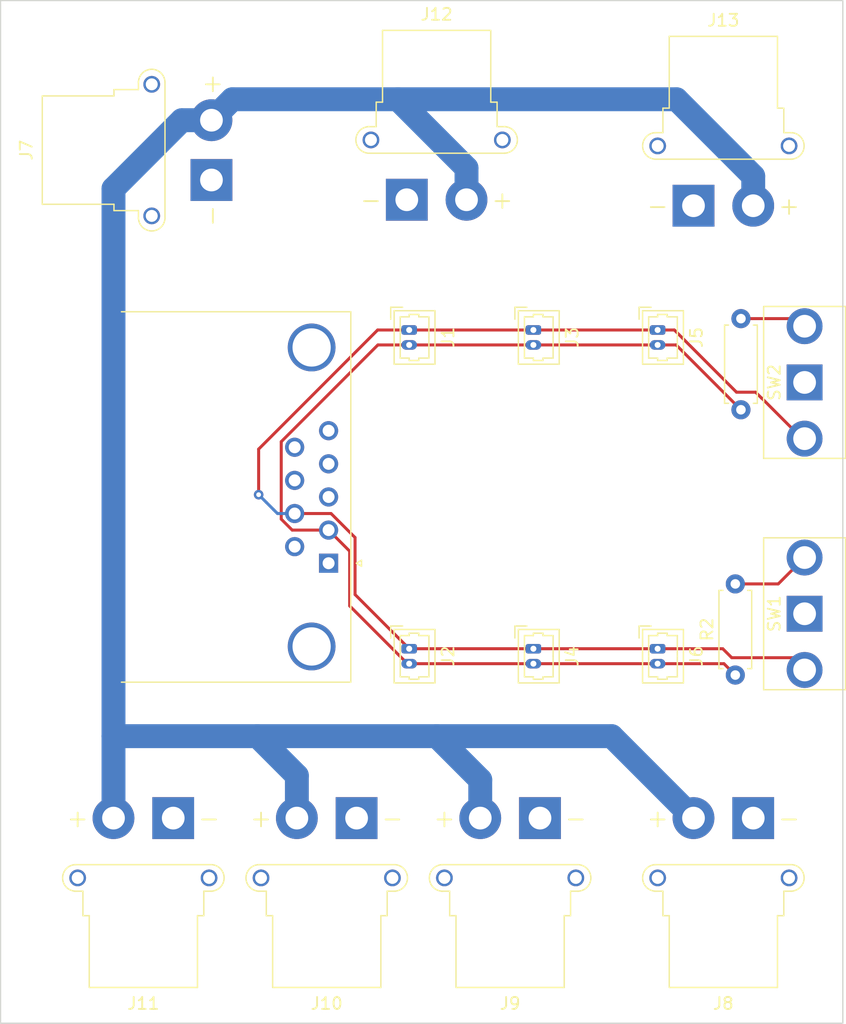
<source format=kicad_pcb>
(kicad_pcb (version 20240108) (generator "pcbnew") (generator_version "8.0")
  (layers (0 "F.Cu" signal) (31 "B.Cu" signal) (34 "B.Paste" user) (35 "F.Paste" user) (36 "B.SilkS" user "B.Silkscreen") (37 "F.SilkS" user "F.Silkscreen") (38 "B.Mask" user) (39 "F.Mask" user) (44 "Edge.Cuts" user))
  (net 0 "")
  (net 1 "CAN_L")
  (net 2 "CAN_H")
  (net 3 "Net-(SW2A-C)")
  (net 4 "Net-(SW1A-C)")
  (net 14 "GND")
  (net 15 "+24V")
  (footprint "Connector_AMASS:AMASS_XT30PW-F_1x02_P2.50mm_Horizontal" (layer "F.Cu") (at 143 94.35 180)
    (property "Reference" "J8" (at 2.5 -15.5 180) (layer "F.SilkS"))
    (property "Value" "XT30PW-M")
    (fp_line (start 7.56 -6.11) (end 8.26 -6.11) (stroke (width 0.12)) (layer "F.SilkS"))
    (fp_line (start 7.56 -8.16) (end 7.56 -6.11) (stroke (width 0.12)) (layer "F.SilkS"))
    (fp_line (start 7.03 -8.16) (end 7.56 -8.16) (stroke (width 0.12)) (layer "F.SilkS"))
    (fp_line (start 7.03 -14.16) (end 7.03 -8.16) (stroke (width 0.12)) (layer "F.SilkS"))
    (fp_line (start -2.03 -14.16) (end 7 -14.16) (stroke (width 0.12)) (layer "F.SilkS"))
    (fp_line (start -2.03 -14.16) (end -2.03 -8.16) (stroke (width 0.12)) (layer "F.SilkS"))
    (fp_line (start -2.56 -8.16) (end -2.03 -8.16) (stroke (width 0.12)) (layer "F.SilkS"))
    (fp_line (start -2.56 -8.16) (end -2.56 -6.11) (stroke (width 0.12)) (layer "F.SilkS"))
    (fp_line (start -3.26 -3.89) (end 8.26 -3.89) (stroke (width 0.12)) (layer "F.SilkS"))
    (fp_line (start -3.26 -6.11) (end -2.56 -6.11) (stroke (width 0.12)) (layer "F.SilkS"))
    (fp_arc (start 8.15 -6.11) (mid 9.26 -5) (end 8.15 -3.89) (stroke (width 0.12)) (layer "F.SilkS"))
    (fp_arc (start -3.321729 -3.903365) (mid -4.256653 -5.086124) (end -3.15 -6.11) (stroke (width 0.12)) (layer "F.SilkS"))
    (fp_text user "+" (at 8 0 180) (layer "F.SilkS") (effects (font (size 1.5 1.5))))
    (fp_text user "-" (at -3 0 180) (layer "F.SilkS") (effects (font (size 1.5 1.5))))
    (pad "" thru_hole circle (at -3 -5 270) (size 1.4 1.4) (drill 1) (layers "*.Cu" "*.Mask"))
    (pad "" thru_hole circle (at 8 -5 180) (size 1.4 1.4) (drill 1) (layers "*.Cu" "*.Mask"))
    (pad "1" thru_hole rect (at 0 0 180) (size 3.5 3.5) (drill 1.9) (layers "*.Cu" "*.Mask") (net 14 "GND"))
    (pad "2" thru_hole circle (at 5 0 180) (size 3.5 3.5) (drill 1.9) (layers "*.Cu" "*.Mask") (net 15 "+24V"))
  )
  (footprint "Connector_AMASS:AMASS_XT30PW-F_1x02_P2.50mm_Horizontal" (layer "F.Cu") (at 125.15 94.35 180)
    (property "Reference" "J9" (at 2.5 -15.5 180) (layer "F.SilkS"))
    (property "Value" "XT30PW-M")
    (fp_line (start 7.56 -6.11) (end 8.26 -6.11) (stroke (width 0.12)) (layer "F.SilkS"))
    (fp_line (start 7.56 -8.16) (end 7.56 -6.11) (stroke (width 0.12)) (layer "F.SilkS"))
    (fp_line (start 7.03 -8.16) (end 7.56 -8.16) (stroke (width 0.12)) (layer "F.SilkS"))
    (fp_line (start 7.03 -14.16) (end 7.03 -8.16) (stroke (width 0.12)) (layer "F.SilkS"))
    (fp_line (start -2.03 -14.16) (end 7 -14.16) (stroke (width 0.12)) (layer "F.SilkS"))
    (fp_line (start -2.03 -14.16) (end -2.03 -8.16) (stroke (width 0.12)) (layer "F.SilkS"))
    (fp_line (start -2.56 -8.16) (end -2.03 -8.16) (stroke (width 0.12)) (layer "F.SilkS"))
    (fp_line (start -2.56 -8.16) (end -2.56 -6.11) (stroke (width 0.12)) (layer "F.SilkS"))
    (fp_line (start -3.26 -3.89) (end 8.26 -3.89) (stroke (width 0.12)) (layer "F.SilkS"))
    (fp_line (start -3.26 -6.11) (end -2.56 -6.11) (stroke (width 0.12)) (layer "F.SilkS"))
    (fp_arc (start 8.15 -6.11) (mid 9.26 -5) (end 8.15 -3.89) (stroke (width 0.12)) (layer "F.SilkS"))
    (fp_arc (start -3.321729 -3.903365) (mid -4.256653 -5.086124) (end -3.15 -6.11) (stroke (width 0.12)) (layer "F.SilkS"))
    (fp_text user "-" (at -3 0 180) (layer "F.SilkS") (effects (font (size 1.5 1.5))))
    (fp_text user "+" (at 8 0 180) (layer "F.SilkS") (effects (font (size 1.5 1.5))))
    (pad "" thru_hole circle (at -3 -5 270) (size 1.4 1.4) (drill 1) (layers "*.Cu" "*.Mask"))
    (pad "" thru_hole circle (at 8 -5 180) (size 1.4 1.4) (drill 1) (layers "*.Cu" "*.Mask"))
    (pad "1" thru_hole rect (at 0 0 180) (size 3.5 3.5) (drill 1.9) (layers "*.Cu" "*.Mask") (net 14 "GND"))
    (pad "2" thru_hole circle (at 5 0 180) (size 3.5 3.5) (drill 1.9) (layers "*.Cu" "*.Mask") (net 15 "+24V"))
  )
  (footprint "Connector_AMASS:AMASS_XT30PW-F_1x02_P2.50mm_Horizontal" (layer "F.Cu") (at 97.65 41 90)
    (property "Reference" "J7" (at 2.5 -15.5 -90) (layer "F.SilkS"))
    (property "Value" "XT30PW-M")
    (fp_line (start 7.03 -14.16) (end 7.03 -8.16) (stroke (width 0.12)) (layer "F.SilkS"))
    (fp_line (start -2.03 -14.16) (end 7 -14.16) (stroke (width 0.12)) (layer "F.SilkS"))
    (fp_line (start -2.03 -14.16) (end -2.03 -8.16) (stroke (width 0.12)) (layer "F.SilkS"))
    (fp_line (start 7.56 -8.16) (end 7.56 -6.11) (stroke (width 0.12)) (layer "F.SilkS"))
    (fp_line (start 7.03 -8.16) (end 7.56 -8.16) (stroke (width 0.12)) (layer "F.SilkS"))
    (fp_line (start -2.56 -8.16) (end -2.03 -8.16) (stroke (width 0.12)) (layer "F.SilkS"))
    (fp_line (start -2.56 -8.16) (end -2.56 -6.11) (stroke (width 0.12)) (layer "F.SilkS"))
    (fp_line (start 7.56 -6.11) (end 8.26 -6.11) (stroke (width 0.12)) (layer "F.SilkS"))
    (fp_line (start -3.26 -6.11) (end -2.56 -6.11) (stroke (width 0.12)) (layer "F.SilkS"))
    (fp_line (start -3.26 -3.89) (end 8.26 -3.89) (stroke (width 0.12)) (layer "F.SilkS"))
    (fp_arc (start 8.15 -6.11) (mid 9.26 -5) (end 8.15 -3.89) (stroke (width 0.12)) (layer "F.SilkS"))
    (fp_arc (start -3.321729 -3.903365) (mid -4.256653 -5.086124) (end -3.15 -6.11) (stroke (width 0.12)) (layer "F.SilkS"))
    (fp_text user "-" (at -3 0 -90) (layer "F.SilkS") (effects (font (size 1.5 1.5))))
    (fp_text user "+" (at 8 0 -90) (layer "F.SilkS") (effects (font (size 1.5 1.5))))
    (pad "" thru_hole circle (at -3 -5 180) (size 1.4 1.4) (drill 1) (layers "*.Cu" "*.Mask"))
    (pad "" thru_hole circle (at 8 -5 90) (size 1.4 1.4) (drill 1) (layers "*.Cu" "*.Mask"))
    (pad "1" thru_hole rect (at 0 0 90) (size 3.5 3.5) (drill 1.9) (layers "*.Cu" "*.Mask") (net 14 "GND"))
    (pad "2" thru_hole circle (at 5 0 90) (size 3.5 3.5) (drill 1.9) (layers "*.Cu" "*.Mask") (net 15 "+24V"))
  )
  (footprint "Resistor_THT:R_Axial_DIN0207_L6.3mm_D2.5mm_P7.62mm_Horizontal" (layer "F.Cu") (at 141.9716 60.21 90)
    (property "Reference" "R1" (hide yes))
    (property "Value" "120")
    (fp_line (start 7.08 -1.37) (end 7.08 -1.04) (stroke (width 0.12)) (layer "F.SilkS"))
    (fp_line (start 0.54 -1.37) (end 7.08 -1.37) (stroke (width 0.12)) (layer "F.SilkS"))
    (fp_line (start 0.54 -1.04) (end 0.54 -1.37) (stroke (width 0.12)) (layer "F.SilkS"))
    (fp_line (start 0.54 1.04) (end 0.54 1.37) (stroke (width 0.12)) (layer "F.SilkS"))
    (fp_line (start 7.08 1.37) (end 7.08 1.04) (stroke (width 0.12)) (layer "F.SilkS"))
    (fp_line (start 0.54 1.37) (end 7.08 1.37) (stroke (width 0.12)) (layer "F.SilkS"))
    (pad "1" thru_hole circle (at 0 0 90) (size 1.6 1.6) (drill 0.8) (layers "*.Cu" "*.Mask") (net 1 "CAN_L"))
    (pad "2" thru_hole oval (at 7.62 0 90) (size 1.6 1.6) (drill 0.8) (layers "*.Cu" "*.Mask") (net 3 "Net-(SW2A-C)"))
  )
  (footprint "Resistor_THT:R_Axial_DIN0207_L6.3mm_D2.5mm_P7.62mm_Horizontal" (layer "F.Cu") (at 141.5 82.39 90)
    (property "Reference" "R2" (at 3.81 -2.37 -90) (layer "F.SilkS"))
    (property "Value" "120")
    (fp_line (start 7.08 -1.37) (end 7.08 -1.04) (stroke (width 0.12)) (layer "F.SilkS"))
    (fp_line (start 0.54 -1.37) (end 7.08 -1.37) (stroke (width 0.12)) (layer "F.SilkS"))
    (fp_line (start 0.54 -1.04) (end 0.54 -1.37) (stroke (width 0.12)) (layer "F.SilkS"))
    (fp_line (start 0.54 1.04) (end 0.54 1.37) (stroke (width 0.12)) (layer "F.SilkS"))
    (fp_line (start 7.08 1.37) (end 7.08 1.04) (stroke (width 0.12)) (layer "F.SilkS"))
    (fp_line (start 0.54 1.37) (end 7.08 1.37) (stroke (width 0.12)) (layer "F.SilkS"))
    (pad "1" thru_hole circle (at 0 0 90) (size 1.6 1.6) (drill 0.8) (layers "*.Cu" "*.Mask") (net 1 "CAN_L"))
    (pad "2" thru_hole oval (at 7.62 0 90) (size 1.6 1.6) (drill 0.8) (layers "*.Cu" "*.Mask") (net 4 "Net-(SW1A-C)"))
  )
  (footprint "Connector_AMASS:AMASS_XT30PW-F_1x02_P2.50mm_Horizontal" (layer "F.Cu") (at 114 42.65)
    (property "Reference" "J12" (at 2.5 -15.5 0) (layer "F.SilkS"))
    (property "Value" "XT30PW-M")
    (fp_line (start -3.26 -6.11) (end -2.56 -6.11) (stroke (width 0.12)) (layer "F.SilkS"))
    (fp_line (start -3.26 -3.89) (end 8.26 -3.89) (stroke (width 0.12)) (layer "F.SilkS"))
    (fp_line (start -2.56 -8.16) (end -2.56 -6.11) (stroke (width 0.12)) (layer "F.SilkS"))
    (fp_line (start -2.56 -8.16) (end -2.03 -8.16) (stroke (width 0.12)) (layer "F.SilkS"))
    (fp_line (start -2.03 -14.16) (end -2.03 -8.16) (stroke (width 0.12)) (layer "F.SilkS"))
    (fp_line (start -2.03 -14.16) (end 7 -14.16) (stroke (width 0.12)) (layer "F.SilkS"))
    (fp_line (start 7.03 -14.16) (end 7.03 -8.16) (stroke (width 0.12)) (layer "F.SilkS"))
    (fp_line (start 7.03 -8.16) (end 7.56 -8.16) (stroke (width 0.12)) (layer "F.SilkS"))
    (fp_line (start 7.56 -8.16) (end 7.56 -6.11) (stroke (width 0.12)) (layer "F.SilkS"))
    (fp_line (start 7.56 -6.11) (end 8.26 -6.11) (stroke (width 0.12)) (layer "F.SilkS"))
    (fp_arc (start -3.321729 -3.903365) (mid -4.256653 -5.086124) (end -3.15 -6.11) (stroke (width 0.12)) (layer "F.SilkS"))
    (fp_arc (start 8.15 -6.11) (mid 9.26 -5) (end 8.15 -3.89) (stroke (width 0.12)) (layer "F.SilkS"))
    (fp_text user "-" (at -3 0 0) (layer "F.SilkS") (effects (font (size 1.5 1.5))))
    (fp_text user "+" (at 8 0 0) (layer "F.SilkS") (effects (font (size 1.5 1.5))))
    (pad "" thru_hole circle (at -3 -5 90) (size 1.4 1.4) (drill 1) (layers "*.Cu" "*.Mask"))
    (pad "" thru_hole circle (at 8 -5) (size 1.4 1.4) (drill 1) (layers "*.Cu" "*.Mask"))
    (pad "1" thru_hole rect (at 0 0) (size 3.5 3.5) (drill 1.9) (layers "*.Cu" "*.Mask") (net 14 "GND"))
    (pad "2" thru_hole circle (at 5 0) (size 3.5 3.5) (drill 1.9) (layers "*.Cu" "*.Mask") (net 15 "+24V"))
  )
  (footprint "Connector_Molex:Molex_PicoBlade_53047-0210_1x02_P1.25mm_Vertical" (layer "F.Cu") (at 114.2016 53.54 -90)
    (property "Reference" "J1" (at 0.62 -3.25 90) (layer "F.SilkS"))
    (property "Value" "CAN_In_Mol_5264_01X02" (hide yes))
    (fp_line (start -1.9 1.55) (end -0.9 1.55) (stroke (width 0.12)) (layer "F.SilkS"))
    (fp_line (start -1.9 1.55) (end -1.9 0.55) (stroke (width 0.12)) (layer "F.SilkS"))
    (fp_line (start -1.61 1.26) (end 2.86 1.26) (stroke (width 0.12)) (layer "F.SilkS"))
    (fp_line (start 2.86 1.26) (end 2.86 -2.16) (stroke (width 0.12)) (layer "F.SilkS"))
    (fp_line (start -1.1 0.75) (end -1.1 0) (stroke (width 0.12)) (layer "F.SilkS"))
    (fp_line (start 0.625 0.75) (end -1.1 0.75) (stroke (width 0.12)) (layer "F.SilkS"))
    (fp_line (start 0.625 0.75) (end 2.35 0.75) (stroke (width 0.12)) (layer "F.SilkS"))
    (fp_line (start 2.35 0.75) (end 2.35 0) (stroke (width 0.12)) (layer "F.SilkS"))
    (fp_line (start -1.3 0) (end -1.3 -0.8) (stroke (width 0.12)) (layer "F.SilkS"))
    (fp_line (start -1.1 0) (end -1.3 0) (stroke (width 0.12)) (layer "F.SilkS"))
    (fp_line (start 2.35 0) (end 2.55 0) (stroke (width 0.12)) (layer "F.SilkS"))
    (fp_line (start 2.55 0) (end 2.55 -0.8) (stroke (width 0.12)) (layer "F.SilkS"))
    (fp_line (start -1.3 -0.8) (end -1.1 -0.8) (stroke (width 0.12)) (layer "F.SilkS"))
    (fp_line (start -1.1 -0.8) (end -1.1 -1.65) (stroke (width 0.12)) (layer "F.SilkS"))
    (fp_line (start 2.35 -0.8) (end 2.35 -1.65) (stroke (width 0.12)) (layer "F.SilkS"))
    (fp_line (start 2.55 -0.8) (end 2.35 -0.8) (stroke (width 0.12)) (layer "F.SilkS"))
    (fp_line (start -1.1 -1.65) (end 0.625 -1.65) (stroke (width 0.12)) (layer "F.SilkS"))
    (fp_line (start 2.35 -1.65) (end 0.625 -1.65) (stroke (width 0.12)) (layer "F.SilkS"))
    (fp_line (start -1.61 -2.16) (end -1.61 1.26) (stroke (width 0.12)) (layer "F.SilkS"))
    (fp_line (start 2.86 -2.16) (end -1.61 -2.16) (stroke (width 0.12)) (layer "F.SilkS"))
    (pad "1" thru_hole roundrect (at 0 0 270) (size 0.8 1.3) (drill 0.5) (layers "*.Cu" "*.Mask") (net 2 "CAN_H"))
    (pad "2" thru_hole oval (at 1.25 0 270) (size 0.8 1.3) (drill 0.5) (layers "*.Cu" "*.Mask") (net 1 "CAN_L"))
  )
  (footprint "Connector_Molex:Molex_PicoBlade_53047-0210_1x02_P1.25mm_Vertical" (layer "F.Cu") (at 134.9966 53.54 -90)
    (property "Reference" "J5" (at 0.62 -3.25 90) (layer "F.SilkS"))
    (property "Value" "CAN_Out_Mol_5264_01X02" (hide yes))
    (fp_line (start -1.9 1.55) (end -0.9 1.55) (stroke (width 0.12)) (layer "F.SilkS"))
    (fp_line (start -1.9 1.55) (end -1.9 0.55) (stroke (width 0.12)) (layer "F.SilkS"))
    (fp_line (start -1.61 1.26) (end 2.86 1.26) (stroke (width 0.12)) (layer "F.SilkS"))
    (fp_line (start 2.86 1.26) (end 2.86 -2.16) (stroke (width 0.12)) (layer "F.SilkS"))
    (fp_line (start -1.1 0.75) (end -1.1 0) (stroke (width 0.12)) (layer "F.SilkS"))
    (fp_line (start 0.625 0.75) (end -1.1 0.75) (stroke (width 0.12)) (layer "F.SilkS"))
    (fp_line (start 0.625 0.75) (end 2.35 0.75) (stroke (width 0.12)) (layer "F.SilkS"))
    (fp_line (start 2.35 0.75) (end 2.35 0) (stroke (width 0.12)) (layer "F.SilkS"))
    (fp_line (start -1.3 0) (end -1.3 -0.8) (stroke (width 0.12)) (layer "F.SilkS"))
    (fp_line (start -1.1 0) (end -1.3 0) (stroke (width 0.12)) (layer "F.SilkS"))
    (fp_line (start 2.35 0) (end 2.55 0) (stroke (width 0.12)) (layer "F.SilkS"))
    (fp_line (start 2.55 0) (end 2.55 -0.8) (stroke (width 0.12)) (layer "F.SilkS"))
    (fp_line (start -1.3 -0.8) (end -1.1 -0.8) (stroke (width 0.12)) (layer "F.SilkS"))
    (fp_line (start -1.1 -0.8) (end -1.1 -1.65) (stroke (width 0.12)) (layer "F.SilkS"))
    (fp_line (start 2.35 -0.8) (end 2.35 -1.65) (stroke (width 0.12)) (layer "F.SilkS"))
    (fp_line (start 2.55 -0.8) (end 2.35 -0.8) (stroke (width 0.12)) (layer "F.SilkS"))
    (fp_line (start -1.1 -1.65) (end 0.625 -1.65) (stroke (width 0.12)) (layer "F.SilkS"))
    (fp_line (start 2.35 -1.65) (end 0.625 -1.65) (stroke (width 0.12)) (layer "F.SilkS"))
    (fp_line (start -1.61 -2.16) (end -1.61 1.26) (stroke (width 0.12)) (layer "F.SilkS"))
    (fp_line (start 2.86 -2.16) (end -1.61 -2.16) (stroke (width 0.12)) (layer "F.SilkS"))
    (pad "1" thru_hole roundrect (at 0 0 270) (size 0.8 1.3) (drill 0.5) (layers "*.Cu" "*.Mask") (net 2 "CAN_H"))
    (pad "2" thru_hole oval (at 1.25 0 270) (size 0.8 1.3) (drill 0.5) (layers "*.Cu" "*.Mask") (net 1 "CAN_L"))
  )
  (footprint "Connector_Dsub:DSUB-9_Female_Horizontal_P2.77x2.84mm_EdgePinOffset14.56mm_Housed_MountingHolesOffset15.98mm" (layer "F.Cu") (at 107.455331 73.04 -90)
    (property "Reference" "X2" (hide yes))
    (property "Value" "DSUB9")
    (fp_line (start -21.025 17.34) (end -21.025 -1.86) (stroke (width 0.12)) (layer "F.SilkS"))
    (fp_line (start -21.025 -1.86) (end 9.945 -1.86) (stroke (width 0.12)) (layer "F.SilkS"))
    (fp_line (start 9.945 -1.86) (end 9.945 17.34) (stroke (width 0.12)) (layer "F.SilkS"))
    (fp_line (start 0 -2.321325) (end -0.25 -2.754338) (stroke (width 0.12)) (layer "F.SilkS"))
    (fp_line (start -0.25 -2.754338) (end 0.25 -2.754338) (stroke (width 0.12)) (layer "F.SilkS"))
    (fp_line (start 0.25 -2.754338) (end 0 -2.321325) (stroke (width 0.12)) (layer "F.SilkS"))
    (pad "0" thru_hole circle (at -18.04 1.42 270) (size 4 4) (drill 3.2) (layers "*.Cu" "*.Mask"))
    (pad "0" thru_hole circle (at 6.96 1.42 270) (size 4 4) (drill 3.2) (layers "*.Cu" "*.Mask"))
    (pad "1" thru_hole rect (at 0 0 270) (size 1.6 1.6) (drill 1) (layers "*.Cu" "*.Mask"))
    (pad "2" thru_hole circle (at -2.77 0 270) (size 1.6 1.6) (drill 1) (layers "*.Cu" "*.Mask") (net 1 "CAN_L"))
    (pad "3" thru_hole circle (at -5.54 0 270) (size 1.6 1.6) (drill 1) (layers "*.Cu" "*.Mask"))
    (pad "4" thru_hole circle (at -8.31 0 270) (size 1.6 1.6) (drill 1) (layers "*.Cu" "*.Mask"))
    (pad "5" thru_hole circle (at -11.08 0 270) (size 1.6 1.6) (drill 1) (layers "*.Cu" "*.Mask"))
    (pad "6" thru_hole circle (at -1.385 2.84 270) (size 1.6 1.6) (drill 1) (layers "*.Cu" "*.Mask"))
    (pad "7" thru_hole circle (at -4.155 2.84 270) (size 1.6 1.6) (drill 1) (layers "*.Cu" "*.Mask") (net 2 "CAN_H"))
    (pad "8" thru_hole circle (at -6.925 2.84 270) (size 1.6 1.6) (drill 1) (layers "*.Cu" "*.Mask"))
    (pad "9" thru_hole circle (at -9.695 2.84 270) (size 1.6 1.6) (drill 1) (layers "*.Cu" "*.Mask"))
  )
  (footprint "Connector_Molex:Molex_PicoBlade_53047-0210_1x02_P1.25mm_Vertical" (layer "F.Cu") (at 114.2016 80.19 -90)
    (property "Reference" "J2" (at 0.62 -3.25 90) (layer "F.SilkS"))
    (property "Value" "CAN_Out_Mol_5264_01X02" (hide yes))
    (fp_line (start -1.9 1.55) (end -0.9 1.55) (stroke (width 0.12)) (layer "F.SilkS"))
    (fp_line (start -1.9 1.55) (end -1.9 0.55) (stroke (width 0.12)) (layer "F.SilkS"))
    (fp_line (start -1.61 1.26) (end 2.86 1.26) (stroke (width 0.12)) (layer "F.SilkS"))
    (fp_line (start 2.86 1.26) (end 2.86 -2.16) (stroke (width 0.12)) (layer "F.SilkS"))
    (fp_line (start -1.1 0.75) (end -1.1 0) (stroke (width 0.12)) (layer "F.SilkS"))
    (fp_line (start 0.625 0.75) (end -1.1 0.75) (stroke (width 0.12)) (layer "F.SilkS"))
    (fp_line (start 0.625 0.75) (end 2.35 0.75) (stroke (width 0.12)) (layer "F.SilkS"))
    (fp_line (start 2.35 0.75) (end 2.35 0) (stroke (width 0.12)) (layer "F.SilkS"))
    (fp_line (start -1.3 0) (end -1.3 -0.8) (stroke (width 0.12)) (layer "F.SilkS"))
    (fp_line (start -1.1 0) (end -1.3 0) (stroke (width 0.12)) (layer "F.SilkS"))
    (fp_line (start 2.35 0) (end 2.55 0) (stroke (width 0.12)) (layer "F.SilkS"))
    (fp_line (start 2.55 0) (end 2.55 -0.8) (stroke (width 0.12)) (layer "F.SilkS"))
    (fp_line (start -1.3 -0.8) (end -1.1 -0.8) (stroke (width 0.12)) (layer "F.SilkS"))
    (fp_line (start -1.1 -0.8) (end -1.1 -1.65) (stroke (width 0.12)) (layer "F.SilkS"))
    (fp_line (start 2.35 -0.8) (end 2.35 -1.65) (stroke (width 0.12)) (layer "F.SilkS"))
    (fp_line (start 2.55 -0.8) (end 2.35 -0.8) (stroke (width 0.12)) (layer "F.SilkS"))
    (fp_line (start -1.1 -1.65) (end 0.625 -1.65) (stroke (width 0.12)) (layer "F.SilkS"))
    (fp_line (start 2.35 -1.65) (end 0.625 -1.65) (stroke (width 0.12)) (layer "F.SilkS"))
    (fp_line (start -1.61 -2.16) (end -1.61 1.26) (stroke (width 0.12)) (layer "F.SilkS"))
    (fp_line (start 2.86 -2.16) (end -1.61 -2.16) (stroke (width 0.12)) (layer "F.SilkS"))
    (pad "1" thru_hole roundrect (at 0 0 270) (size 0.8 1.3) (drill 0.5) (layers "*.Cu" "*.Mask") (net 2 "CAN_H"))
    (pad "2" thru_hole oval (at 1.25 0 270) (size 0.8 1.3) (drill 0.5) (layers "*.Cu" "*.Mask") (net 1 "CAN_L"))
  )
  (footprint "Connector_Molex:Molex_PicoBlade_53047-0210_1x02_P1.25mm_Vertical" (layer "F.Cu") (at 134.9966 80.19 -90)
    (property "Reference" "J6" (at 0.62 -3.25 90) (layer "F.SilkS"))
    (property "Value" "CAN_Out_Mol_5264_01X02" (hide yes))
    (fp_line (start -1.9 1.55) (end -0.9 1.55) (stroke (width 0.12)) (layer "F.SilkS"))
    (fp_line (start -1.9 1.55) (end -1.9 0.55) (stroke (width 0.12)) (layer "F.SilkS"))
    (fp_line (start -1.61 1.26) (end 2.86 1.26) (stroke (width 0.12)) (layer "F.SilkS"))
    (fp_line (start 2.86 1.26) (end 2.86 -2.16) (stroke (width 0.12)) (layer "F.SilkS"))
    (fp_line (start -1.1 0.75) (end -1.1 0) (stroke (width 0.12)) (layer "F.SilkS"))
    (fp_line (start 0.625 0.75) (end -1.1 0.75) (stroke (width 0.12)) (layer "F.SilkS"))
    (fp_line (start 0.625 0.75) (end 2.35 0.75) (stroke (width 0.12)) (layer "F.SilkS"))
    (fp_line (start 2.35 0.75) (end 2.35 0) (stroke (width 0.12)) (layer "F.SilkS"))
    (fp_line (start -1.3 0) (end -1.3 -0.8) (stroke (width 0.12)) (layer "F.SilkS"))
    (fp_line (start -1.1 0) (end -1.3 0) (stroke (width 0.12)) (layer "F.SilkS"))
    (fp_line (start 2.35 0) (end 2.55 0) (stroke (width 0.12)) (layer "F.SilkS"))
    (fp_line (start 2.55 0) (end 2.55 -0.8) (stroke (width 0.12)) (layer "F.SilkS"))
    (fp_line (start -1.3 -0.8) (end -1.1 -0.8) (stroke (width 0.12)) (layer "F.SilkS"))
    (fp_line (start -1.1 -0.8) (end -1.1 -1.65) (stroke (width 0.12)) (layer "F.SilkS"))
    (fp_line (start 2.35 -0.8) (end 2.35 -1.65) (stroke (width 0.12)) (layer "F.SilkS"))
    (fp_line (start 2.55 -0.8) (end 2.35 -0.8) (stroke (width 0.12)) (layer "F.SilkS"))
    (fp_line (start -1.1 -1.65) (end 0.625 -1.65) (stroke (width 0.12)) (layer "F.SilkS"))
    (fp_line (start 2.35 -1.65) (end 0.625 -1.65) (stroke (width 0.12)) (layer "F.SilkS"))
    (fp_line (start -1.61 -2.16) (end -1.61 1.26) (stroke (width 0.12)) (layer "F.SilkS"))
    (fp_line (start 2.86 -2.16) (end -1.61 -2.16) (stroke (width 0.12)) (layer "F.SilkS"))
    (pad "1" thru_hole roundrect (at 0 0 270) (size 0.8 1.3) (drill 0.5) (layers "*.Cu" "*.Mask") (net 2 "CAN_H"))
    (pad "2" thru_hole oval (at 1.25 0 270) (size 0.8 1.3) (drill 0.5) (layers "*.Cu" "*.Mask") (net 1 "CAN_L"))
  )
  (footprint "BC_IC_components:SW_slide-03" (layer "F.Cu") (at 147.3 77.265 90)
    (property "Reference" "SW1" (at 0 -2.54 -90) (layer "F.SilkS"))
    (property "Value" "SW_DPDT_x2" (hide yes))
    (fp_rect (start -6.35 -3.43) (end 6.35 3.43) (stroke (width 0.12)) (fill none) (layer "F.SilkS"))
    (pad "1" thru_hole rect (at 0 0 90) (size 3 3) (drill 1.9) (layers "*.Cu" "*.Mask"))
    (pad "2" thru_hole circle (at -4.7 0 90) (size 3 3) (drill 1.9) (layers "*.Cu" "*.Mask") (net 2 "CAN_H"))
    (pad "3" thru_hole circle (at 4.7 0 90) (size 3 3) (drill 1.9) (layers "*.Cu" "*.Mask") (net 4 "Net-(SW1A-C)"))
  )
  (footprint "Connector_AMASS:AMASS_XT30PW-F_1x02_P2.50mm_Horizontal" (layer "F.Cu") (at 138 43.15)
    (property "Reference" "J13" (at 2.5 -15.5 0) (layer "F.SilkS"))
    (property "Value" "XT30PW-M")
    (fp_line (start -3.26 -6.11) (end -2.56 -6.11) (stroke (width 0.12)) (layer "F.SilkS"))
    (fp_line (start -3.26 -3.89) (end 8.26 -3.89) (stroke (width 0.12)) (layer "F.SilkS"))
    (fp_line (start -2.56 -8.16) (end -2.56 -6.11) (stroke (width 0.12)) (layer "F.SilkS"))
    (fp_line (start -2.56 -8.16) (end -2.03 -8.16) (stroke (width 0.12)) (layer "F.SilkS"))
    (fp_line (start -2.03 -14.16) (end -2.03 -8.16) (stroke (width 0.12)) (layer "F.SilkS"))
    (fp_line (start -2.03 -14.16) (end 7 -14.16) (stroke (width 0.12)) (layer "F.SilkS"))
    (fp_line (start 7.03 -14.16) (end 7.03 -8.16) (stroke (width 0.12)) (layer "F.SilkS"))
    (fp_line (start 7.03 -8.16) (end 7.56 -8.16) (stroke (width 0.12)) (layer "F.SilkS"))
    (fp_line (start 7.56 -8.16) (end 7.56 -6.11) (stroke (width 0.12)) (layer "F.SilkS"))
    (fp_line (start 7.56 -6.11) (end 8.26 -6.11) (stroke (width 0.12)) (layer "F.SilkS"))
    (fp_arc (start -3.321729 -3.903365) (mid -4.256653 -5.086124) (end -3.15 -6.11) (stroke (width 0.12)) (layer "F.SilkS"))
    (fp_arc (start 8.15 -6.11) (mid 9.26 -5) (end 8.15 -3.89) (stroke (width 0.12)) (layer "F.SilkS"))
    (fp_text user "-" (at -3 0 0) (layer "F.SilkS") (effects (font (size 1.5 1.5))))
    (fp_text user "+" (at 8 0 0) (layer "F.SilkS") (effects (font (size 1.5 1.5))))
    (pad "" thru_hole circle (at -3 -5 90) (size 1.4 1.4) (drill 1) (layers "*.Cu" "*.Mask"))
    (pad "" thru_hole circle (at 8 -5) (size 1.4 1.4) (drill 1) (layers "*.Cu" "*.Mask"))
    (pad "1" thru_hole rect (at 0 0) (size 3.5 3.5) (drill 1.9) (layers "*.Cu" "*.Mask") (net 14 "GND"))
    (pad "2" thru_hole circle (at 5 0) (size 3.5 3.5) (drill 1.9) (layers "*.Cu" "*.Mask") (net 15 "+24V"))
  )
  (footprint "Connector_AMASS:AMASS_XT30PW-F_1x02_P2.50mm_Horizontal" (layer "F.Cu") (at 94.45 94.35 180)
    (property "Reference" "J11" (at 2.5 -15.5 180) (layer "F.SilkS"))
    (property "Value" "XT30PW-M")
    (fp_line (start 7.56 -6.11) (end 8.26 -6.11) (stroke (width 0.12)) (layer "F.SilkS"))
    (fp_line (start 7.56 -8.16) (end 7.56 -6.11) (stroke (width 0.12)) (layer "F.SilkS"))
    (fp_line (start 7.03 -8.16) (end 7.56 -8.16) (stroke (width 0.12)) (layer "F.SilkS"))
    (fp_line (start 7.03 -14.16) (end 7.03 -8.16) (stroke (width 0.12)) (layer "F.SilkS"))
    (fp_line (start -2.03 -14.16) (end 7 -14.16) (stroke (width 0.12)) (layer "F.SilkS"))
    (fp_line (start -2.03 -14.16) (end -2.03 -8.16) (stroke (width 0.12)) (layer "F.SilkS"))
    (fp_line (start -2.56 -8.16) (end -2.03 -8.16) (stroke (width 0.12)) (layer "F.SilkS"))
    (fp_line (start -2.56 -8.16) (end -2.56 -6.11) (stroke (width 0.12)) (layer "F.SilkS"))
    (fp_line (start -3.26 -3.89) (end 8.26 -3.89) (stroke (width 0.12)) (layer "F.SilkS"))
    (fp_line (start -3.26 -6.11) (end -2.56 -6.11) (stroke (width 0.12)) (layer "F.SilkS"))
    (fp_arc (start 8.15 -6.11) (mid 9.26 -5) (end 8.15 -3.89) (stroke (width 0.12)) (layer "F.SilkS"))
    (fp_arc (start -3.321729 -3.903365) (mid -4.256653 -5.086124) (end -3.15 -6.11) (stroke (width 0.12)) (layer "F.SilkS"))
    (fp_text user "+" (at 8 0 180) (layer "F.SilkS") (effects (font (size 1.5 1.5))))
    (fp_text user "-" (at -3 0 180) (layer "F.SilkS") (effects (font (size 1.5 1.5))))
    (pad "" thru_hole circle (at -3 -5 270) (size 1.4 1.4) (drill 1) (layers "*.Cu" "*.Mask"))
    (pad "" thru_hole circle (at 8 -5 180) (size 1.4 1.4) (drill 1) (layers "*.Cu" "*.Mask"))
    (pad "1" thru_hole rect (at 0 0 180) (size 3.5 3.5) (drill 1.9) (layers "*.Cu" "*.Mask") (net 14 "GND"))
    (pad "2" thru_hole circle (at 5 0 180) (size 3.5 3.5) (drill 1.9) (layers "*.Cu" "*.Mask") (net 15 "+24V"))
  )
  (footprint "Connector_AMASS:AMASS_XT30PW-F_1x02_P2.50mm_Horizontal" (layer "F.Cu") (at 109.8 94.35 180)
    (property "Reference" "J10" (at 2.5 -15.5 180) (layer "F.SilkS"))
    (property "Value" "XT30PW-M")
    (fp_line (start 7.56 -6.11) (end 8.26 -6.11) (stroke (width 0.12)) (layer "F.SilkS"))
    (fp_line (start 7.56 -8.16) (end 7.56 -6.11) (stroke (width 0.12)) (layer "F.SilkS"))
    (fp_line (start 7.03 -8.16) (end 7.56 -8.16) (stroke (width 0.12)) (layer "F.SilkS"))
    (fp_line (start 7.03 -14.16) (end 7.03 -8.16) (stroke (width 0.12)) (layer "F.SilkS"))
    (fp_line (start -2.03 -14.16) (end 7 -14.16) (stroke (width 0.12)) (layer "F.SilkS"))
    (fp_line (start -2.03 -14.16) (end -2.03 -8.16) (stroke (width 0.12)) (layer "F.SilkS"))
    (fp_line (start -2.56 -8.16) (end -2.03 -8.16) (stroke (width 0.12)) (layer "F.SilkS"))
    (fp_line (start -2.56 -8.16) (end -2.56 -6.11) (stroke (width 0.12)) (layer "F.SilkS"))
    (fp_line (start -3.26 -3.89) (end 8.26 -3.89) (stroke (width 0.12)) (layer "F.SilkS"))
    (fp_line (start -3.26 -6.11) (end -2.56 -6.11) (stroke (width 0.12)) (layer "F.SilkS"))
    (fp_arc (start 8.15 -6.11) (mid 9.26 -5) (end 8.15 -3.89) (stroke (width 0.12)) (layer "F.SilkS"))
    (fp_arc (start -3.321729 -3.903365) (mid -4.256653 -5.086124) (end -3.15 -6.11) (stroke (width 0.12)) (layer "F.SilkS"))
    (fp_text user "-" (at -3 0 180) (layer "F.SilkS") (effects (font (size 1.5 1.5))))
    (fp_text user "+" (at 8 0 180) (layer "F.SilkS") (effects (font (size 1.5 1.5))))
    (pad "" thru_hole circle (at -3 -5 270) (size 1.4 1.4) (drill 1) (layers "*.Cu" "*.Mask"))
    (pad "" thru_hole circle (at 8 -5 180) (size 1.4 1.4) (drill 1) (layers "*.Cu" "*.Mask"))
    (pad "1" thru_hole rect (at 0 0 180) (size 3.5 3.5) (drill 1.9) (layers "*.Cu" "*.Mask") (net 14 "GND"))
    (pad "2" thru_hole circle (at 5 0 180) (size 3.5 3.5) (drill 1.9) (layers "*.Cu" "*.Mask") (net 15 "+24V"))
  )
  (footprint "Connector_Molex:Molex_PicoBlade_53047-0210_1x02_P1.25mm_Vertical" (layer "F.Cu") (at 124.5991 53.54 -90)
    (property "Reference" "J3" (at 0.62 -3.25 90) (layer "F.SilkS"))
    (property "Value" "CAN_Out_Mol_5264_01X02" (hide yes))
    (fp_line (start -1.9 1.55) (end -0.9 1.55) (stroke (width 0.12)) (layer "F.SilkS"))
    (fp_line (start -1.9 1.55) (end -1.9 0.55) (stroke (width 0.12)) (layer "F.SilkS"))
    (fp_line (start -1.61 1.26) (end 2.86 1.26) (stroke (width 0.12)) (layer "F.SilkS"))
    (fp_line (start 2.86 1.26) (end 2.86 -2.16) (stroke (width 0.12)) (layer "F.SilkS"))
    (fp_line (start -1.1 0.75) (end -1.1 0) (stroke (width 0.12)) (layer "F.SilkS"))
    (fp_line (start 0.625 0.75) (end -1.1 0.75) (stroke (width 0.12)) (layer "F.SilkS"))
    (fp_line (start 0.625 0.75) (end 2.35 0.75) (stroke (width 0.12)) (layer "F.SilkS"))
    (fp_line (start 2.35 0.75) (end 2.35 0) (stroke (width 0.12)) (layer "F.SilkS"))
    (fp_line (start -1.3 0) (end -1.3 -0.8) (stroke (width 0.12)) (layer "F.SilkS"))
    (fp_line (start -1.1 0) (end -1.3 0) (stroke (width 0.12)) (layer "F.SilkS"))
    (fp_line (start 2.35 0) (end 2.55 0) (stroke (width 0.12)) (layer "F.SilkS"))
    (fp_line (start 2.55 0) (end 2.55 -0.8) (stroke (width 0.12)) (layer "F.SilkS"))
    (fp_line (start -1.3 -0.8) (end -1.1 -0.8) (stroke (width 0.12)) (layer "F.SilkS"))
    (fp_line (start -1.1 -0.8) (end -1.1 -1.65) (stroke (width 0.12)) (layer "F.SilkS"))
    (fp_line (start 2.35 -0.8) (end 2.35 -1.65) (stroke (width 0.12)) (layer "F.SilkS"))
    (fp_line (start 2.55 -0.8) (end 2.35 -0.8) (stroke (width 0.12)) (layer "F.SilkS"))
    (fp_line (start -1.1 -1.65) (end 0.625 -1.65) (stroke (width 0.12)) (layer "F.SilkS"))
    (fp_line (start 2.35 -1.65) (end 0.625 -1.65) (stroke (width 0.12)) (layer "F.SilkS"))
    (fp_line (start -1.61 -2.16) (end -1.61 1.26) (stroke (width 0.12)) (layer "F.SilkS"))
    (fp_line (start 2.86 -2.16) (end -1.61 -2.16) (stroke (width 0.12)) (layer "F.SilkS"))
    (pad "1" thru_hole roundrect (at 0 0 270) (size 0.8 1.3) (drill 0.5) (layers "*.Cu" "*.Mask") (net 2 "CAN_H"))
    (pad "2" thru_hole oval (at 1.25 0 270) (size 0.8 1.3) (drill 0.5) (layers "*.Cu" "*.Mask") (net 1 "CAN_L"))
  )
  (footprint "BC_IC_components:SW_slide-03" (layer "F.Cu") (at 147.3 57.925 90)
    (property "Reference" "SW2" (at 0 -2.54 -90) (layer "F.SilkS"))
    (property "Value" "SW_DPDT_x2" (hide yes))
    (fp_rect (start -6.35 -3.43) (end 6.35 3.43) (stroke (width 0.12)) (fill none) (layer "F.SilkS"))
    (pad "1" thru_hole rect (at 0 0 90) (size 3 3) (drill 1.9) (layers "*.Cu" "*.Mask"))
    (pad "2" thru_hole circle (at -4.7 0 90) (size 3 3) (drill 1.9) (layers "*.Cu" "*.Mask") (net 2 "CAN_H"))
    (pad "3" thru_hole circle (at 4.7 0 90) (size 3 3) (drill 1.9) (layers "*.Cu" "*.Mask") (net 3 "Net-(SW2A-C)"))
  )
  (footprint "Connector_Molex:Molex_PicoBlade_53047-0210_1x02_P1.25mm_Vertical" (layer "F.Cu") (at 124.5991 80.19 -90)
    (property "Reference" "J4" (at 0.62 -3.25 90) (layer "F.SilkS"))
    (property "Value" "CAN_Out_Mol_5264_01X02" (hide yes))
    (fp_line (start -1.9 1.55) (end -0.9 1.55) (stroke (width 0.12)) (layer "F.SilkS"))
    (fp_line (start -1.9 1.55) (end -1.9 0.55) (stroke (width 0.12)) (layer "F.SilkS"))
    (fp_line (start -1.61 1.26) (end 2.86 1.26) (stroke (width 0.12)) (layer "F.SilkS"))
    (fp_line (start 2.86 1.26) (end 2.86 -2.16) (stroke (width 0.12)) (layer "F.SilkS"))
    (fp_line (start -1.1 0.75) (end -1.1 0) (stroke (width 0.12)) (layer "F.SilkS"))
    (fp_line (start 0.625 0.75) (end -1.1 0.75) (stroke (width 0.12)) (layer "F.SilkS"))
    (fp_line (start 0.625 0.75) (end 2.35 0.75) (stroke (width 0.12)) (layer "F.SilkS"))
    (fp_line (start 2.35 0.75) (end 2.35 0) (stroke (width 0.12)) (layer "F.SilkS"))
    (fp_line (start -1.3 0) (end -1.3 -0.8) (stroke (width 0.12)) (layer "F.SilkS"))
    (fp_line (start -1.1 0) (end -1.3 0) (stroke (width 0.12)) (layer "F.SilkS"))
    (fp_line (start 2.35 0) (end 2.55 0) (stroke (width 0.12)) (layer "F.SilkS"))
    (fp_line (start 2.55 0) (end 2.55 -0.8) (stroke (width 0.12)) (layer "F.SilkS"))
    (fp_line (start -1.3 -0.8) (end -1.1 -0.8) (stroke (width 0.12)) (layer "F.SilkS"))
    (fp_line (start -1.1 -0.8) (end -1.1 -1.65) (stroke (width 0.12)) (layer "F.SilkS"))
    (fp_line (start 2.35 -0.8) (end 2.35 -1.65) (stroke (width 0.12)) (layer "F.SilkS"))
    (fp_line (start 2.55 -0.8) (end 2.35 -0.8) (stroke (width 0.12)) (layer "F.SilkS"))
    (fp_line (start -1.1 -1.65) (end 0.625 -1.65) (stroke (width 0.12)) (layer "F.SilkS"))
    (fp_line (start 2.35 -1.65) (end 0.625 -1.65) (stroke (width 0.12)) (layer "F.SilkS"))
    (fp_line (start -1.61 -2.16) (end -1.61 1.26) (stroke (width 0.12)) (layer "F.SilkS"))
    (fp_line (start 2.86 -2.16) (end -1.61 -2.16) (stroke (width 0.12)) (layer "F.SilkS"))
    (pad "1" thru_hole roundrect (at 0 0 270) (size 0.8 1.3) (drill 0.5) (layers "*.Cu" "*.Mask") (net 2 "CAN_H"))
    (pad "2" thru_hole oval (at 1.25 0 270) (size 0.8 1.3) (drill 0.5) (layers "*.Cu" "*.Mask") (net 1 "CAN_L"))
  )
  (gr_rect (start 80 26) (end 150.5 111.5) (stroke (width 0.1)) (fill none) (layer "Edge.Cuts"))
  (segment (start 107.455331 70.27) (end 109.22 72.034669) (width 0.25) (layer "F.Cu") (net 1))
  (segment (start 109.22 72.034669) (end 109.22 76.606404) (width 0.25) (layer "F.Cu") (net 1))
  (segment (start 103.490331 69.350991) (end 103.490331 62.879669) (width 0.25) (layer "F.Cu") (net 1))
  (segment (start 134.9966 54.79) (end 136.5516 54.79) (width 0.25) (layer "F.Cu") (net 1))
  (segment (start 124.5716 81.44) (end 124.1716 81.44) (width 0.25) (layer "F.Cu") (net 1))
  (segment (start 111.58 54.79) (end 114.2016 54.79) (width 0.25) (layer "F.Cu") (net 1))
  (segment (start 104.40934 70.27) (end 103.490331 69.350991) (width 0.25) (layer "F.Cu") (net 1))
  (segment (start 114.053596 81.44) (end 114.2016 81.44) (width 0.25) (layer "F.Cu") (net 1))
  (segment (start 103.490331 62.879669) (end 111.58 54.79) (width 0.25) (layer "F.Cu") (net 1))
  (segment (start 124.5991 54.79) (end 134.9966 54.79) (width 0.25) (layer "F.Cu") (net 1))
  (segment (start 114.2016 54.79) (end 124.5991 54.79) (width 0.25) (layer "F.Cu") (net 1))
  (segment (start 107.455331 70.27) (end 104.40934 70.27) (width 0.25) (layer "F.Cu") (net 1))
  (segment (start 134.9966 54.79) (end 135.2566 55.05) (width 0.25) (layer "F.Cu") (net 1))
  (segment (start 109.22 76.606404) (end 114.053596 81.44) (width 0.25) (layer "F.Cu") (net 1))
  (segment (start 124.5991 81.44) (end 114.2016 81.44) (width 0.25) (layer "F.Cu") (net 1))
  (segment (start 140.55 81.44) (end 141.5 82.39) (width 0.25) (layer "F.Cu") (net 1))
  (segment (start 134.9966 81.44) (end 140.55 81.44) (width 0.25) (layer "F.Cu") (net 1))
  (segment (start 134.9966 81.44) (end 124.5991 81.44) (width 0.25) (layer "F.Cu") (net 1))
  (segment (start 136.5516 54.79) (end 141.9716 60.21) (width 0.25) (layer "F.Cu") (net 1))
  (segment (start 124.5716 53.54) (end 123.9216 53.54) (width 0.25) (layer "F.Cu") (net 2))
  (segment (start 111.56 53.54) (end 114.2016 53.54) (width 0.25) (layer "F.Cu") (net 2))
  (segment (start 146.275 80.94) (end 147.3 81.965) (width 0.25) (layer "F.Cu") (net 2))
  (segment (start 123.85 80.19) (end 124.5716 80.19) (width 0.25) (layer "F.Cu") (net 2))
  (segment (start 109.67 70.893678) (end 107.661322 68.885) (width 0.25) (layer "F.Cu") (net 2))
  (segment (start 136.4 53.54) (end 141.6 58.74) (width 0.25) (layer "F.Cu") (net 2))
  (segment (start 140.45 80.19) (end 141.2 80.94) (width 0.25) (layer "F.Cu") (net 2))
  (segment (start 101.6 67.31) (end 101.6 63.5) (width 0.25) (layer "F.Cu") (net 2))
  (segment (start 124.5991 53.54) (end 134.9966 53.54) (width 0.25) (layer "F.Cu") (net 2))
  (segment (start 114.2016 80.19) (end 109.67 75.6584) (width 0.25) (layer "F.Cu") (net 2))
  (segment (start 101.6 63.5) (end 111.56 53.54) (width 0.25) (layer "F.Cu") (net 2))
  (segment (start 134.9966 53.54) (end 136.4 53.54) (width 0.25) (layer "F.Cu") (net 2))
  (segment (start 124.5991 80.19) (end 114.2016 80.19) (width 0.25) (layer "F.Cu") (net 2))
  (segment (start 109.67 75.6584) (end 109.67 70.893678) (width 0.25) (layer "F.Cu") (net 2))
  (segment (start 141.2 80.94) (end 146.275 80.94) (width 0.25) (layer "F.Cu") (net 2))
  (segment (start 143.2 58.74) (end 143.7 59.24) (width 0.25) (layer "F.Cu") (net 2))
  (segment (start 134.9966 80.19) (end 140.45 80.19) (width 0.25) (layer "F.Cu") (net 2))
  (segment (start 143.715 59.24) (end 147.1 62.625) (width 0.25) (layer "F.Cu") (net 2))
  (segment (start 107.661322 68.885) (end 104.615331 68.885) (width 0.25) (layer "F.Cu") (net 2))
  (segment (start 114.2016 53.54) (end 124.5991 53.54) (width 0.25) (layer "F.Cu") (net 2))
  (segment (start 143.7 59.24) (end 143.715 59.24) (width 0.25) (layer "F.Cu") (net 2))
  (segment (start 141.6 58.74) (end 143.2 58.74) (width 0.25) (layer "F.Cu") (net 2))
  (segment (start 134.9966 80.19) (end 124.5991 80.19) (width 0.25) (layer "F.Cu") (net 2))
  (via (at 101.6 67.31) (size 0.8) (drill 0.4) (layers "F.Cu" "B.Cu") (net 2))
  (segment (start 102.87 68.58) (end 102.235 67.945) (width 0.25) (layer "B.Cu") (net 2))
  (segment (start 103.175 68.885) (end 102.87 68.58) (width 0.25) (layer "B.Cu") (net 2))
  (segment (start 104.615331 68.885) (end 103.175 68.885) (width 0.25) (layer "B.Cu") (net 2))
  (segment (start 102.235 67.945) (end 101.6 67.31) (width 0.25) (layer "B.Cu") (net 2))
  (segment (start 141.9716 52.59) (end 146.465 52.59) (width 0.25) (layer "F.Cu") (net 3))
  (segment (start 146.465 52.59) (end 147.1 53.225) (width 0.25) (layer "F.Cu") (net 3))
  (segment (start 145.095 74.77) (end 147.3 72.565) (width 0.25) (layer "F.Cu") (net 4))
  (segment (start 141.5 74.77) (end 145.095 74.77) (width 0.25) (layer "F.Cu") (net 4))
  (segment (start 143 40.675127) (end 143 43.15) (width 2) (layer "B.Cu") (net 15))
  (segment (start 97.65 36) (end 95.175127 36) (width 2) (layer "B.Cu") (net 15))
  (segment (start 97.65 36) (end 99.399999 34.250001) (width 2) (layer "B.Cu") (net 15))
  (segment (start 120.15 91.15) (end 116.5 87.5) (width 2) (layer "B.Cu") (net 15))
  (segment (start 89.45 87.5) (end 101.5 87.5) (width 2) (layer "B.Cu") (net 15))
  (segment (start 95.175127 36) (end 89.45 41.725127) (width 2) (layer "B.Cu") (net 15))
  (segment (start 131.15 87.5) (end 138 94.35) (width 2) (layer "B.Cu") (net 15))
  (segment (start 120.15 94.35) (end 120.15 91.15) (width 2) (layer "B.Cu") (net 15))
  (segment (start 116.5 87.5) (end 131.15 87.5) (width 2) (layer "B.Cu") (net 15))
  (segment (start 136.574874 34.250001) (end 143 40.675127) (width 2) (layer "B.Cu") (net 15))
  (segment (start 99.399999 34.250001) (end 113.250001 34.250001) (width 2) (layer "B.Cu") (net 15))
  (segment (start 104.8 90.8) (end 101.5 87.5) (width 2) (layer "B.Cu") (net 15))
  (segment (start 89.45 87.5) (end 89.45 94.35) (width 2) (layer "B.Cu") (net 15))
  (segment (start 104.8 94.35) (end 104.8 90.8) (width 2) (layer "B.Cu") (net 15))
  (segment (start 101.5 87.5) (end 116.5 87.5) (width 2) (layer "B.Cu") (net 15))
  (segment (start 89.45 41.725127) (end 89.45 87.5) (width 2) (layer "B.Cu") (net 15))
  (segment (start 119 40) (end 119 42.65) (width 2) (layer "B.Cu") (net 15))
  (segment (start 113.250001 34.250001) (end 119 40) (width 2) (layer "B.Cu") (net 15))
  (segment (start 113.250001 34.250001) (end 136.574874 34.250001) (width 2) (layer "B.Cu") (net 15))
)
</source>
